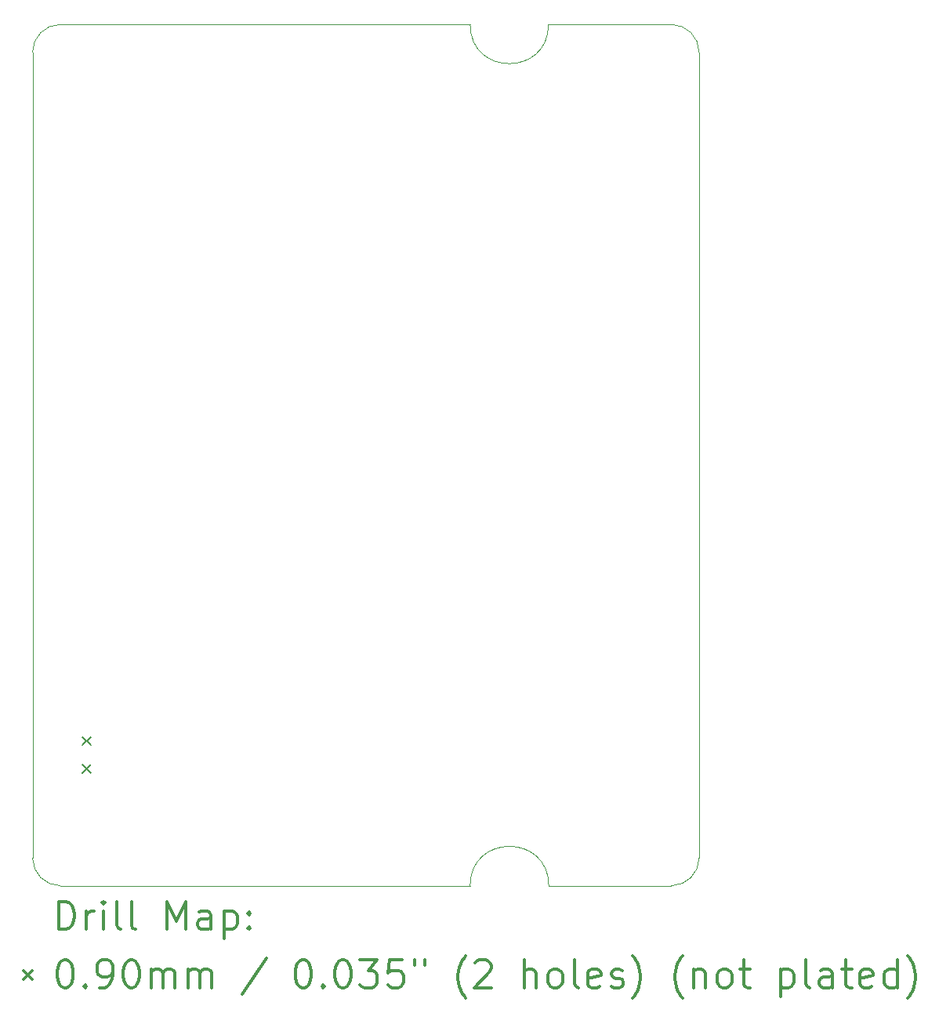
<source format=gbr>
%FSLAX45Y45*%
G04 Gerber Fmt 4.5, Leading zero omitted, Abs format (unit mm)*
G04 Created by KiCad (PCBNEW (5.1.6)-1) date 2020-08-17 08:46:23*
%MOMM*%
%LPD*%
G01*
G04 APERTURE LIST*
%TA.AperFunction,Profile*%
%ADD10C,0.100000*%
%TD*%
%ADD11C,0.200000*%
%ADD12C,0.300000*%
G04 APERTURE END LIST*
D10*
X6900000Y0D02*
G75*
G02*
X7200000Y-300000I0J-300000D01*
G01*
X300000Y-9300000D02*
G75*
G02*
X0Y-9000000I0J300000D01*
G01*
X300000Y-9300000D02*
X4726673Y-9300000D01*
X4726673Y-9300000D02*
G75*
G02*
X5576673Y-9300000I425000J0D01*
G01*
X5576673Y-9300000D02*
X6900000Y-9300000D01*
X7200000Y-9000000D02*
X7200000Y-300000D01*
X6900000Y0D02*
X5573327Y0D01*
X5573327Y0D02*
G75*
G02*
X4726673Y0I-423327J0D01*
G01*
X4726673Y0D02*
X300000Y0D01*
X0Y-300000D02*
G75*
G02*
X300000Y0I300000J0D01*
G01*
X0Y-300000D02*
X0Y-9000000D01*
X7200000Y-9000000D02*
G75*
G02*
X6900000Y-9300000I-300000J0D01*
G01*
D11*
X540490Y-7693224D02*
X630490Y-7783224D01*
X630490Y-7693224D02*
X540490Y-7783224D01*
X540490Y-7993224D02*
X630490Y-8083224D01*
X630490Y-7993224D02*
X540490Y-8083224D01*
D12*
X281428Y-9770714D02*
X281428Y-9470714D01*
X352857Y-9470714D01*
X395714Y-9485000D01*
X424286Y-9513572D01*
X438571Y-9542143D01*
X452857Y-9599286D01*
X452857Y-9642143D01*
X438571Y-9699286D01*
X424286Y-9727857D01*
X395714Y-9756429D01*
X352857Y-9770714D01*
X281428Y-9770714D01*
X581428Y-9770714D02*
X581428Y-9570714D01*
X581428Y-9627857D02*
X595714Y-9599286D01*
X610000Y-9585000D01*
X638571Y-9570714D01*
X667143Y-9570714D01*
X767143Y-9770714D02*
X767143Y-9570714D01*
X767143Y-9470714D02*
X752857Y-9485000D01*
X767143Y-9499286D01*
X781428Y-9485000D01*
X767143Y-9470714D01*
X767143Y-9499286D01*
X952857Y-9770714D02*
X924286Y-9756429D01*
X910000Y-9727857D01*
X910000Y-9470714D01*
X1110000Y-9770714D02*
X1081428Y-9756429D01*
X1067143Y-9727857D01*
X1067143Y-9470714D01*
X1452857Y-9770714D02*
X1452857Y-9470714D01*
X1552857Y-9685000D01*
X1652857Y-9470714D01*
X1652857Y-9770714D01*
X1924286Y-9770714D02*
X1924286Y-9613572D01*
X1910000Y-9585000D01*
X1881428Y-9570714D01*
X1824286Y-9570714D01*
X1795714Y-9585000D01*
X1924286Y-9756429D02*
X1895714Y-9770714D01*
X1824286Y-9770714D01*
X1795714Y-9756429D01*
X1781428Y-9727857D01*
X1781428Y-9699286D01*
X1795714Y-9670714D01*
X1824286Y-9656429D01*
X1895714Y-9656429D01*
X1924286Y-9642143D01*
X2067143Y-9570714D02*
X2067143Y-9870714D01*
X2067143Y-9585000D02*
X2095714Y-9570714D01*
X2152857Y-9570714D01*
X2181428Y-9585000D01*
X2195714Y-9599286D01*
X2210000Y-9627857D01*
X2210000Y-9713572D01*
X2195714Y-9742143D01*
X2181428Y-9756429D01*
X2152857Y-9770714D01*
X2095714Y-9770714D01*
X2067143Y-9756429D01*
X2338571Y-9742143D02*
X2352857Y-9756429D01*
X2338571Y-9770714D01*
X2324286Y-9756429D01*
X2338571Y-9742143D01*
X2338571Y-9770714D01*
X2338571Y-9585000D02*
X2352857Y-9599286D01*
X2338571Y-9613572D01*
X2324286Y-9599286D01*
X2338571Y-9585000D01*
X2338571Y-9613572D01*
X-95000Y-10220000D02*
X-5000Y-10310000D01*
X-5000Y-10220000D02*
X-95000Y-10310000D01*
X338571Y-10100714D02*
X367143Y-10100714D01*
X395714Y-10115000D01*
X410000Y-10129286D01*
X424286Y-10157857D01*
X438571Y-10215000D01*
X438571Y-10286429D01*
X424286Y-10343572D01*
X410000Y-10372143D01*
X395714Y-10386429D01*
X367143Y-10400714D01*
X338571Y-10400714D01*
X310000Y-10386429D01*
X295714Y-10372143D01*
X281428Y-10343572D01*
X267143Y-10286429D01*
X267143Y-10215000D01*
X281428Y-10157857D01*
X295714Y-10129286D01*
X310000Y-10115000D01*
X338571Y-10100714D01*
X567143Y-10372143D02*
X581428Y-10386429D01*
X567143Y-10400714D01*
X552857Y-10386429D01*
X567143Y-10372143D01*
X567143Y-10400714D01*
X724286Y-10400714D02*
X781428Y-10400714D01*
X810000Y-10386429D01*
X824286Y-10372143D01*
X852857Y-10329286D01*
X867143Y-10272143D01*
X867143Y-10157857D01*
X852857Y-10129286D01*
X838571Y-10115000D01*
X810000Y-10100714D01*
X752857Y-10100714D01*
X724286Y-10115000D01*
X710000Y-10129286D01*
X695714Y-10157857D01*
X695714Y-10229286D01*
X710000Y-10257857D01*
X724286Y-10272143D01*
X752857Y-10286429D01*
X810000Y-10286429D01*
X838571Y-10272143D01*
X852857Y-10257857D01*
X867143Y-10229286D01*
X1052857Y-10100714D02*
X1081428Y-10100714D01*
X1110000Y-10115000D01*
X1124286Y-10129286D01*
X1138571Y-10157857D01*
X1152857Y-10215000D01*
X1152857Y-10286429D01*
X1138571Y-10343572D01*
X1124286Y-10372143D01*
X1110000Y-10386429D01*
X1081428Y-10400714D01*
X1052857Y-10400714D01*
X1024286Y-10386429D01*
X1010000Y-10372143D01*
X995714Y-10343572D01*
X981428Y-10286429D01*
X981428Y-10215000D01*
X995714Y-10157857D01*
X1010000Y-10129286D01*
X1024286Y-10115000D01*
X1052857Y-10100714D01*
X1281428Y-10400714D02*
X1281428Y-10200714D01*
X1281428Y-10229286D02*
X1295714Y-10215000D01*
X1324286Y-10200714D01*
X1367143Y-10200714D01*
X1395714Y-10215000D01*
X1410000Y-10243572D01*
X1410000Y-10400714D01*
X1410000Y-10243572D02*
X1424286Y-10215000D01*
X1452857Y-10200714D01*
X1495714Y-10200714D01*
X1524286Y-10215000D01*
X1538571Y-10243572D01*
X1538571Y-10400714D01*
X1681428Y-10400714D02*
X1681428Y-10200714D01*
X1681428Y-10229286D02*
X1695714Y-10215000D01*
X1724286Y-10200714D01*
X1767143Y-10200714D01*
X1795714Y-10215000D01*
X1810000Y-10243572D01*
X1810000Y-10400714D01*
X1810000Y-10243572D02*
X1824286Y-10215000D01*
X1852857Y-10200714D01*
X1895714Y-10200714D01*
X1924286Y-10215000D01*
X1938571Y-10243572D01*
X1938571Y-10400714D01*
X2524286Y-10086429D02*
X2267143Y-10472143D01*
X2910000Y-10100714D02*
X2938571Y-10100714D01*
X2967143Y-10115000D01*
X2981428Y-10129286D01*
X2995714Y-10157857D01*
X3010000Y-10215000D01*
X3010000Y-10286429D01*
X2995714Y-10343572D01*
X2981428Y-10372143D01*
X2967143Y-10386429D01*
X2938571Y-10400714D01*
X2910000Y-10400714D01*
X2881428Y-10386429D01*
X2867143Y-10372143D01*
X2852857Y-10343572D01*
X2838571Y-10286429D01*
X2838571Y-10215000D01*
X2852857Y-10157857D01*
X2867143Y-10129286D01*
X2881428Y-10115000D01*
X2910000Y-10100714D01*
X3138571Y-10372143D02*
X3152857Y-10386429D01*
X3138571Y-10400714D01*
X3124286Y-10386429D01*
X3138571Y-10372143D01*
X3138571Y-10400714D01*
X3338571Y-10100714D02*
X3367143Y-10100714D01*
X3395714Y-10115000D01*
X3410000Y-10129286D01*
X3424286Y-10157857D01*
X3438571Y-10215000D01*
X3438571Y-10286429D01*
X3424286Y-10343572D01*
X3410000Y-10372143D01*
X3395714Y-10386429D01*
X3367143Y-10400714D01*
X3338571Y-10400714D01*
X3310000Y-10386429D01*
X3295714Y-10372143D01*
X3281428Y-10343572D01*
X3267143Y-10286429D01*
X3267143Y-10215000D01*
X3281428Y-10157857D01*
X3295714Y-10129286D01*
X3310000Y-10115000D01*
X3338571Y-10100714D01*
X3538571Y-10100714D02*
X3724286Y-10100714D01*
X3624286Y-10215000D01*
X3667143Y-10215000D01*
X3695714Y-10229286D01*
X3710000Y-10243572D01*
X3724286Y-10272143D01*
X3724286Y-10343572D01*
X3710000Y-10372143D01*
X3695714Y-10386429D01*
X3667143Y-10400714D01*
X3581428Y-10400714D01*
X3552857Y-10386429D01*
X3538571Y-10372143D01*
X3995714Y-10100714D02*
X3852857Y-10100714D01*
X3838571Y-10243572D01*
X3852857Y-10229286D01*
X3881428Y-10215000D01*
X3952857Y-10215000D01*
X3981428Y-10229286D01*
X3995714Y-10243572D01*
X4010000Y-10272143D01*
X4010000Y-10343572D01*
X3995714Y-10372143D01*
X3981428Y-10386429D01*
X3952857Y-10400714D01*
X3881428Y-10400714D01*
X3852857Y-10386429D01*
X3838571Y-10372143D01*
X4124286Y-10100714D02*
X4124286Y-10157857D01*
X4238571Y-10100714D02*
X4238571Y-10157857D01*
X4681428Y-10515000D02*
X4667143Y-10500714D01*
X4638571Y-10457857D01*
X4624286Y-10429286D01*
X4610000Y-10386429D01*
X4595714Y-10315000D01*
X4595714Y-10257857D01*
X4610000Y-10186429D01*
X4624286Y-10143572D01*
X4638571Y-10115000D01*
X4667143Y-10072143D01*
X4681428Y-10057857D01*
X4781428Y-10129286D02*
X4795714Y-10115000D01*
X4824286Y-10100714D01*
X4895714Y-10100714D01*
X4924286Y-10115000D01*
X4938571Y-10129286D01*
X4952857Y-10157857D01*
X4952857Y-10186429D01*
X4938571Y-10229286D01*
X4767143Y-10400714D01*
X4952857Y-10400714D01*
X5310000Y-10400714D02*
X5310000Y-10100714D01*
X5438571Y-10400714D02*
X5438571Y-10243572D01*
X5424286Y-10215000D01*
X5395714Y-10200714D01*
X5352857Y-10200714D01*
X5324286Y-10215000D01*
X5310000Y-10229286D01*
X5624286Y-10400714D02*
X5595714Y-10386429D01*
X5581428Y-10372143D01*
X5567143Y-10343572D01*
X5567143Y-10257857D01*
X5581428Y-10229286D01*
X5595714Y-10215000D01*
X5624286Y-10200714D01*
X5667143Y-10200714D01*
X5695714Y-10215000D01*
X5710000Y-10229286D01*
X5724286Y-10257857D01*
X5724286Y-10343572D01*
X5710000Y-10372143D01*
X5695714Y-10386429D01*
X5667143Y-10400714D01*
X5624286Y-10400714D01*
X5895714Y-10400714D02*
X5867143Y-10386429D01*
X5852857Y-10357857D01*
X5852857Y-10100714D01*
X6124286Y-10386429D02*
X6095714Y-10400714D01*
X6038571Y-10400714D01*
X6010000Y-10386429D01*
X5995714Y-10357857D01*
X5995714Y-10243572D01*
X6010000Y-10215000D01*
X6038571Y-10200714D01*
X6095714Y-10200714D01*
X6124286Y-10215000D01*
X6138571Y-10243572D01*
X6138571Y-10272143D01*
X5995714Y-10300714D01*
X6252857Y-10386429D02*
X6281428Y-10400714D01*
X6338571Y-10400714D01*
X6367143Y-10386429D01*
X6381428Y-10357857D01*
X6381428Y-10343572D01*
X6367143Y-10315000D01*
X6338571Y-10300714D01*
X6295714Y-10300714D01*
X6267143Y-10286429D01*
X6252857Y-10257857D01*
X6252857Y-10243572D01*
X6267143Y-10215000D01*
X6295714Y-10200714D01*
X6338571Y-10200714D01*
X6367143Y-10215000D01*
X6481428Y-10515000D02*
X6495714Y-10500714D01*
X6524286Y-10457857D01*
X6538571Y-10429286D01*
X6552857Y-10386429D01*
X6567143Y-10315000D01*
X6567143Y-10257857D01*
X6552857Y-10186429D01*
X6538571Y-10143572D01*
X6524286Y-10115000D01*
X6495714Y-10072143D01*
X6481428Y-10057857D01*
X7024286Y-10515000D02*
X7010000Y-10500714D01*
X6981428Y-10457857D01*
X6967143Y-10429286D01*
X6952857Y-10386429D01*
X6938571Y-10315000D01*
X6938571Y-10257857D01*
X6952857Y-10186429D01*
X6967143Y-10143572D01*
X6981428Y-10115000D01*
X7010000Y-10072143D01*
X7024286Y-10057857D01*
X7138571Y-10200714D02*
X7138571Y-10400714D01*
X7138571Y-10229286D02*
X7152857Y-10215000D01*
X7181428Y-10200714D01*
X7224286Y-10200714D01*
X7252857Y-10215000D01*
X7267143Y-10243572D01*
X7267143Y-10400714D01*
X7452857Y-10400714D02*
X7424286Y-10386429D01*
X7410000Y-10372143D01*
X7395714Y-10343572D01*
X7395714Y-10257857D01*
X7410000Y-10229286D01*
X7424286Y-10215000D01*
X7452857Y-10200714D01*
X7495714Y-10200714D01*
X7524286Y-10215000D01*
X7538571Y-10229286D01*
X7552857Y-10257857D01*
X7552857Y-10343572D01*
X7538571Y-10372143D01*
X7524286Y-10386429D01*
X7495714Y-10400714D01*
X7452857Y-10400714D01*
X7638571Y-10200714D02*
X7752857Y-10200714D01*
X7681428Y-10100714D02*
X7681428Y-10357857D01*
X7695714Y-10386429D01*
X7724286Y-10400714D01*
X7752857Y-10400714D01*
X8081428Y-10200714D02*
X8081428Y-10500714D01*
X8081428Y-10215000D02*
X8110000Y-10200714D01*
X8167143Y-10200714D01*
X8195714Y-10215000D01*
X8210000Y-10229286D01*
X8224286Y-10257857D01*
X8224286Y-10343572D01*
X8210000Y-10372143D01*
X8195714Y-10386429D01*
X8167143Y-10400714D01*
X8110000Y-10400714D01*
X8081428Y-10386429D01*
X8395714Y-10400714D02*
X8367143Y-10386429D01*
X8352857Y-10357857D01*
X8352857Y-10100714D01*
X8638571Y-10400714D02*
X8638571Y-10243572D01*
X8624286Y-10215000D01*
X8595714Y-10200714D01*
X8538571Y-10200714D01*
X8510000Y-10215000D01*
X8638571Y-10386429D02*
X8610000Y-10400714D01*
X8538571Y-10400714D01*
X8510000Y-10386429D01*
X8495714Y-10357857D01*
X8495714Y-10329286D01*
X8510000Y-10300714D01*
X8538571Y-10286429D01*
X8610000Y-10286429D01*
X8638571Y-10272143D01*
X8738571Y-10200714D02*
X8852857Y-10200714D01*
X8781428Y-10100714D02*
X8781428Y-10357857D01*
X8795714Y-10386429D01*
X8824286Y-10400714D01*
X8852857Y-10400714D01*
X9067143Y-10386429D02*
X9038571Y-10400714D01*
X8981428Y-10400714D01*
X8952857Y-10386429D01*
X8938571Y-10357857D01*
X8938571Y-10243572D01*
X8952857Y-10215000D01*
X8981428Y-10200714D01*
X9038571Y-10200714D01*
X9067143Y-10215000D01*
X9081428Y-10243572D01*
X9081428Y-10272143D01*
X8938571Y-10300714D01*
X9338571Y-10400714D02*
X9338571Y-10100714D01*
X9338571Y-10386429D02*
X9310000Y-10400714D01*
X9252857Y-10400714D01*
X9224286Y-10386429D01*
X9210000Y-10372143D01*
X9195714Y-10343572D01*
X9195714Y-10257857D01*
X9210000Y-10229286D01*
X9224286Y-10215000D01*
X9252857Y-10200714D01*
X9310000Y-10200714D01*
X9338571Y-10215000D01*
X9452857Y-10515000D02*
X9467143Y-10500714D01*
X9495714Y-10457857D01*
X9510000Y-10429286D01*
X9524286Y-10386429D01*
X9538571Y-10315000D01*
X9538571Y-10257857D01*
X9524286Y-10186429D01*
X9510000Y-10143572D01*
X9495714Y-10115000D01*
X9467143Y-10072143D01*
X9452857Y-10057857D01*
M02*

</source>
